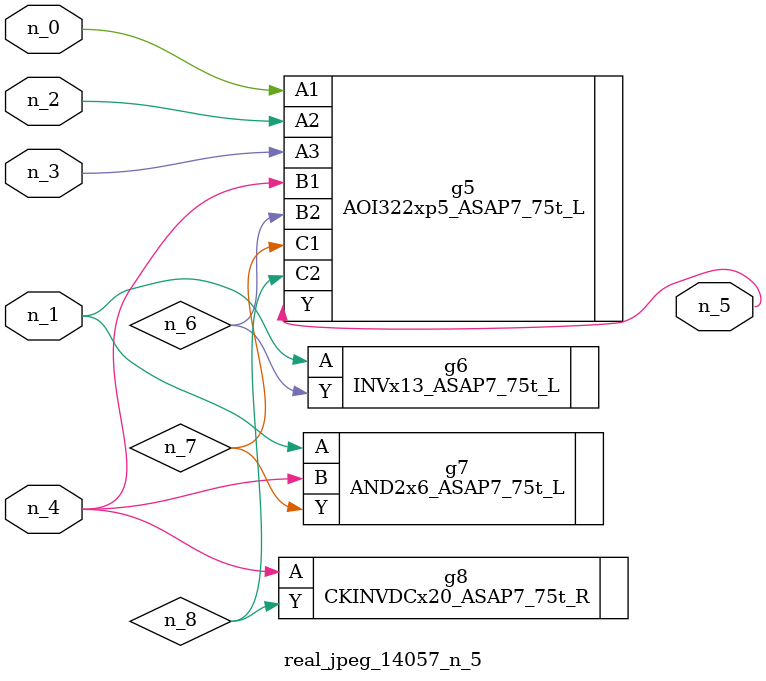
<source format=v>
module real_jpeg_14057_n_5 (n_4, n_0, n_1, n_2, n_3, n_5);

input n_4;
input n_0;
input n_1;
input n_2;
input n_3;

output n_5;

wire n_8;
wire n_6;
wire n_7;

AOI322xp5_ASAP7_75t_L g5 ( 
.A1(n_0),
.A2(n_2),
.A3(n_3),
.B1(n_4),
.B2(n_6),
.C1(n_7),
.C2(n_8),
.Y(n_5)
);

INVx13_ASAP7_75t_L g6 ( 
.A(n_1),
.Y(n_6)
);

AND2x6_ASAP7_75t_L g7 ( 
.A(n_1),
.B(n_4),
.Y(n_7)
);

CKINVDCx20_ASAP7_75t_R g8 ( 
.A(n_4),
.Y(n_8)
);


endmodule
</source>
